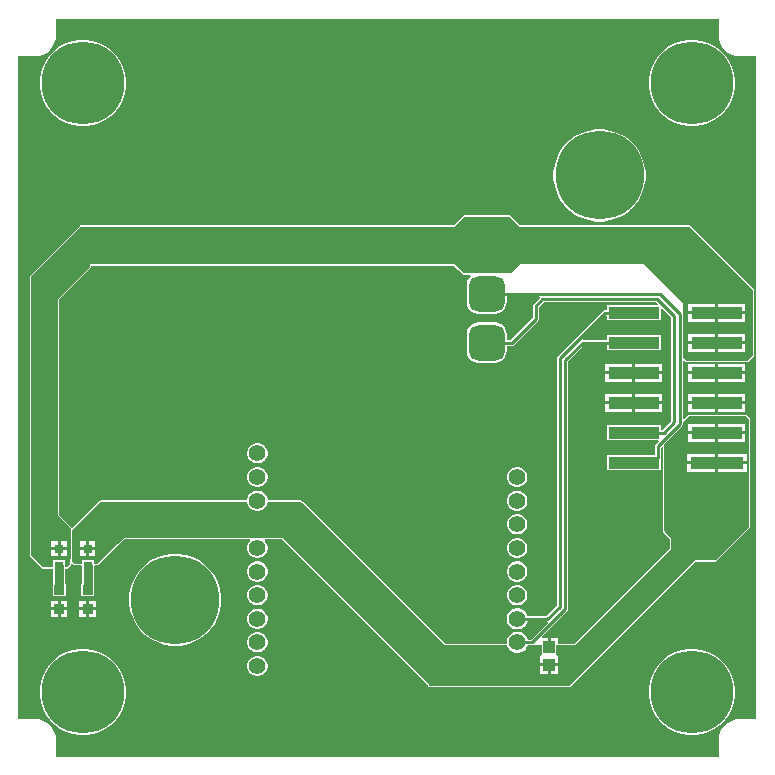
<source format=gbr>
%TF.GenerationSoftware,Altium Limited,Altium Designer,24.2.2 (26)*%
G04 Layer_Physical_Order=1*
G04 Layer_Color=255*
%FSLAX45Y45*%
%MOMM*%
%TF.SameCoordinates,7B2EFB22-2454-4570-B993-6C8DBF9E02C9*%
%TF.FilePolarity,Positive*%
%TF.FileFunction,Copper,L1,Top,Signal*%
%TF.Part,Single*%
G01*
G75*
%TA.AperFunction,SMDPad,CuDef*%
%ADD10R,1.00000X1.05000*%
%ADD11R,0.90000X0.85000*%
%ADD12R,0.80000X0.80000*%
%ADD13R,4.50000X1.00000*%
%ADD14R,4.32000X1.00000*%
%TA.AperFunction,Conductor*%
%ADD15C,0.25400*%
%ADD16C,0.25000*%
%ADD17C,0.80000*%
%TA.AperFunction,ComponentPad*%
G04:AMPARAMS|DCode=18|XSize=3mm|YSize=3mm|CornerRadius=0.75mm|HoleSize=0mm|Usage=FLASHONLY|Rotation=0.000|XOffset=0mm|YOffset=0mm|HoleType=Round|Shape=RoundedRectangle|*
%AMROUNDEDRECTD18*
21,1,3.00000,1.50000,0,0,0.0*
21,1,1.50000,3.00000,0,0,0.0*
1,1,1.50000,0.75000,-0.75000*
1,1,1.50000,-0.75000,-0.75000*
1,1,1.50000,-0.75000,0.75000*
1,1,1.50000,0.75000,0.75000*
%
%ADD18ROUNDEDRECTD18*%
%ADD19C,1.10000*%
%ADD20R,1.40000X1.40000*%
%ADD21C,1.40000*%
%TA.AperFunction,ViaPad*%
%ADD22C,7.00000*%
%ADD23C,7.50000*%
%ADD24C,0.60000*%
%ADD25C,0.75000*%
G36*
X5981113Y6159500D02*
X5981368Y6158215D01*
X5984667Y6124724D01*
X5994811Y6091283D01*
X6011284Y6060465D01*
X6033452Y6033452D01*
X6060465Y6011284D01*
X6091283Y5994811D01*
X6124724Y5984667D01*
X6158215Y5981368D01*
X6159500Y5981113D01*
X6298613D01*
Y368887D01*
X6159500D01*
X6158215Y368632D01*
X6124724Y365333D01*
X6091283Y355189D01*
X6060465Y338716D01*
X6033452Y316547D01*
X6011284Y289535D01*
X5994811Y258717D01*
X5984667Y225276D01*
X5981368Y191785D01*
X5981113Y190500D01*
Y51387D01*
X368887D01*
Y190500D01*
X368632Y191785D01*
X365333Y225276D01*
X355189Y258717D01*
X338716Y289535D01*
X316547Y316547D01*
X289535Y338716D01*
X258717Y355189D01*
X225276Y365333D01*
X191785Y368632D01*
X190500Y368887D01*
X51387D01*
Y5981113D01*
X190500D01*
X191785Y5981368D01*
X225276Y5984667D01*
X258717Y5994811D01*
X289535Y6011284D01*
X316547Y6033452D01*
X338716Y6060465D01*
X355189Y6091283D01*
X365333Y6124724D01*
X368632Y6158215D01*
X368887Y6159500D01*
Y6298613D01*
X5981113D01*
Y6159500D01*
D02*
G37*
%LPC*%
G36*
X5781826Y6118100D02*
X5724374D01*
X5667629Y6109113D01*
X5612989Y6091359D01*
X5561798Y6065276D01*
X5515318Y6031507D01*
X5474693Y5990882D01*
X5440924Y5944402D01*
X5414841Y5893211D01*
X5397087Y5838571D01*
X5388100Y5781826D01*
Y5724374D01*
X5397087Y5667629D01*
X5414841Y5612989D01*
X5440924Y5561798D01*
X5474693Y5515318D01*
X5515318Y5474693D01*
X5561798Y5440924D01*
X5612989Y5414841D01*
X5667629Y5397087D01*
X5724374Y5388100D01*
X5781826D01*
X5838571Y5397087D01*
X5893211Y5414841D01*
X5944402Y5440924D01*
X5990882Y5474693D01*
X6031507Y5515318D01*
X6065276Y5561798D01*
X6091359Y5612989D01*
X6109113Y5667629D01*
X6118100Y5724374D01*
Y5781826D01*
X6109113Y5838571D01*
X6091359Y5893211D01*
X6065276Y5944402D01*
X6031507Y5990882D01*
X5990882Y6031507D01*
X5944402Y6065276D01*
X5893211Y6091359D01*
X5838571Y6109113D01*
X5781826Y6118100D01*
D02*
G37*
G36*
X625626D02*
X568174D01*
X511429Y6109113D01*
X456789Y6091359D01*
X405598Y6065276D01*
X359118Y6031507D01*
X318493Y5990882D01*
X284724Y5944402D01*
X258641Y5893211D01*
X240887Y5838571D01*
X231900Y5781826D01*
Y5724374D01*
X240887Y5667629D01*
X258641Y5612989D01*
X284724Y5561798D01*
X318493Y5515318D01*
X359118Y5474693D01*
X405598Y5440924D01*
X456789Y5414841D01*
X511429Y5397087D01*
X568174Y5388100D01*
X625626D01*
X682371Y5397087D01*
X737011Y5414841D01*
X788202Y5440924D01*
X834682Y5474693D01*
X875307Y5515318D01*
X909076Y5561798D01*
X935159Y5612989D01*
X952913Y5667629D01*
X961900Y5724374D01*
Y5781826D01*
X952913Y5838571D01*
X935159Y5893211D01*
X909076Y5944402D01*
X875307Y5990882D01*
X834682Y6031507D01*
X788202Y6065276D01*
X737011Y6091359D01*
X682371Y6109113D01*
X625626Y6118100D01*
D02*
G37*
G36*
X5001753Y5361059D02*
X4940366D01*
X4879734Y5351456D01*
X4821351Y5332487D01*
X4766655Y5304617D01*
X4716991Y5268535D01*
X4673584Y5225127D01*
X4637502Y5175464D01*
X4609632Y5120768D01*
X4590662Y5062385D01*
X4581059Y5001753D01*
Y4940366D01*
X4590662Y4879734D01*
X4609632Y4821351D01*
X4637502Y4766655D01*
X4673584Y4716991D01*
X4716991Y4673584D01*
X4766655Y4637502D01*
X4821351Y4609632D01*
X4879734Y4590662D01*
X4940366Y4581059D01*
X5001753D01*
X5062385Y4590662D01*
X5120768Y4609632D01*
X5175464Y4637502D01*
X5225127Y4673584D01*
X5268535Y4716991D01*
X5304617Y4766655D01*
X5332487Y4821351D01*
X5351456Y4879734D01*
X5361059Y4940366D01*
Y5001753D01*
X5351456Y5062385D01*
X5332487Y5120768D01*
X5304617Y5175464D01*
X5268535Y5225127D01*
X5225127Y5268535D01*
X5175464Y5304617D01*
X5120768Y5332487D01*
X5062385Y5351456D01*
X5001753Y5361059D01*
D02*
G37*
G36*
X4211320Y4633624D02*
X3825240D01*
X3817586Y4630454D01*
X3817586Y4630453D01*
X3736936Y4549804D01*
X576580D01*
X568926Y4546634D01*
X153571Y4131278D01*
X150401Y4123624D01*
Y1748856D01*
X150400Y1748856D01*
X153571Y1741202D01*
X248886Y1645886D01*
X256540Y1642716D01*
X345260D01*
Y1511760D01*
X341240D01*
Y1406760D01*
X451240D01*
Y1511760D01*
X447220D01*
Y1642716D01*
X462280D01*
X469934Y1645886D01*
X469934Y1645887D01*
X492794Y1668746D01*
X495964Y1676400D01*
Y1683108D01*
X508664Y1688368D01*
X523206Y1673826D01*
X530860Y1670656D01*
X575681D01*
X586560Y1662360D01*
Y1511760D01*
X582540D01*
Y1406760D01*
X692540D01*
Y1511760D01*
X688520D01*
Y1662360D01*
X699399Y1670656D01*
X721360D01*
X729014Y1673826D01*
X729014Y1673827D01*
X894223Y1839035D01*
X898559Y1840831D01*
X898559Y1840832D01*
X946824Y1889096D01*
X2008047D01*
X2013308Y1876396D01*
X2006983Y1870071D01*
X1995793Y1850689D01*
X1990000Y1829071D01*
Y1806690D01*
X1995793Y1785071D01*
X2006983Y1765689D01*
X2022809Y1749863D01*
X2042191Y1738673D01*
X2063809Y1732880D01*
X2086190D01*
X2107809Y1738673D01*
X2127191Y1749863D01*
X2143017Y1765689D01*
X2154207Y1785071D01*
X2160000Y1806690D01*
Y1829071D01*
X2154207Y1850689D01*
X2143017Y1870071D01*
X2136692Y1876396D01*
X2141953Y1889096D01*
X2284057D01*
X3530566Y642586D01*
X3538220Y639416D01*
X4714239D01*
X4714240Y639415D01*
X4721894Y642586D01*
X4721895Y642587D01*
X5780444Y1701136D01*
X5953760D01*
X5961414Y1704306D01*
X6245894Y1988786D01*
X6249064Y1996440D01*
Y2905760D01*
X6245894Y2913414D01*
X6245893Y2913414D01*
X6217954Y2941354D01*
X6210300Y2944524D01*
X5725160D01*
X5717506Y2941354D01*
X5717506Y2941353D01*
X5686378Y2910226D01*
X5674645Y2915086D01*
Y3404434D01*
X5686378Y3409294D01*
X5702266Y3393406D01*
X5709920Y3390236D01*
X6222999D01*
X6223000Y3390235D01*
X6230654Y3393406D01*
X6230655Y3393407D01*
X6278914Y3441666D01*
X6282084Y3449320D01*
Y4003039D01*
X6282085Y4003040D01*
X6278914Y4010694D01*
X6278913Y4010695D01*
X5742974Y4546634D01*
X5735320Y4549804D01*
X4299623D01*
X4218974Y4630454D01*
X4211320Y4633624D01*
D02*
G37*
G36*
X6206800Y3377400D02*
X5978100D01*
Y3314700D01*
X6206800D01*
Y3377400D01*
D02*
G37*
G36*
X5952700D02*
X5724000D01*
Y3314700D01*
X5952700D01*
Y3377400D01*
D02*
G37*
G36*
X6206800Y3289300D02*
X5978100D01*
Y3226600D01*
X6206800D01*
Y3289300D01*
D02*
G37*
G36*
X5952700D02*
X5724000D01*
Y3226600D01*
X5952700D01*
Y3289300D01*
D02*
G37*
G36*
X6206800Y3123400D02*
X5978100D01*
Y3060700D01*
X6206800D01*
Y3123400D01*
D02*
G37*
G36*
X5952700D02*
X5724000D01*
Y3060700D01*
X5952700D01*
Y3123400D01*
D02*
G37*
G36*
X6206800Y3035300D02*
X5978100D01*
Y2972600D01*
X6206800D01*
Y3035300D01*
D02*
G37*
G36*
X5952700D02*
X5724000D01*
Y2972600D01*
X5952700D01*
Y3035300D01*
D02*
G37*
G36*
X2086190Y1702880D02*
X2063809D01*
X2042191Y1697087D01*
X2022809Y1685897D01*
X2006983Y1670071D01*
X1995793Y1650689D01*
X1990000Y1629070D01*
Y1606689D01*
X1995793Y1585071D01*
X2006983Y1565689D01*
X2022809Y1549863D01*
X2042191Y1538673D01*
X2063809Y1532880D01*
X2086190D01*
X2107809Y1538673D01*
X2127191Y1549863D01*
X2143017Y1565689D01*
X2154207Y1585071D01*
X2160000Y1606689D01*
Y1629070D01*
X2154207Y1650689D01*
X2143017Y1670071D01*
X2127191Y1685897D01*
X2107809Y1697087D01*
X2086190Y1702880D01*
D02*
G37*
G36*
Y1502880D02*
X2063809D01*
X2042191Y1497087D01*
X2022809Y1485897D01*
X2006983Y1470071D01*
X1995793Y1450689D01*
X1990000Y1429071D01*
Y1406690D01*
X1995793Y1385071D01*
X2006983Y1365689D01*
X2022809Y1349863D01*
X2042191Y1338673D01*
X2063809Y1332880D01*
X2086190D01*
X2107809Y1338673D01*
X2127191Y1349863D01*
X2143017Y1365689D01*
X2154207Y1385071D01*
X2160000Y1406690D01*
Y1429071D01*
X2154207Y1450689D01*
X2143017Y1470071D01*
X2127191Y1485897D01*
X2107809Y1497087D01*
X2086190Y1502880D01*
D02*
G37*
G36*
X707940Y1372160D02*
X650240D01*
Y1316960D01*
X707940D01*
Y1372160D01*
D02*
G37*
G36*
X624840D02*
X567140D01*
Y1316960D01*
X624840D01*
Y1372160D01*
D02*
G37*
G36*
X466640D02*
X408940D01*
Y1316960D01*
X466640D01*
Y1372160D01*
D02*
G37*
G36*
X383540D02*
X325840D01*
Y1316960D01*
X383540D01*
Y1372160D01*
D02*
G37*
G36*
X707940Y1291560D02*
X650240D01*
Y1236360D01*
X707940D01*
Y1291560D01*
D02*
G37*
G36*
X624840D02*
X567140D01*
Y1236360D01*
X624840D01*
Y1291560D01*
D02*
G37*
G36*
X466640D02*
X408940D01*
Y1236360D01*
X466640D01*
Y1291560D01*
D02*
G37*
G36*
X383540D02*
X325840D01*
Y1236360D01*
X383540D01*
Y1291560D01*
D02*
G37*
G36*
X2086190Y1302880D02*
X2063809D01*
X2042191Y1297087D01*
X2022809Y1285897D01*
X2006983Y1270071D01*
X1995793Y1250689D01*
X1990000Y1229070D01*
Y1206689D01*
X1995793Y1185071D01*
X2006983Y1165689D01*
X2022809Y1149863D01*
X2042191Y1138673D01*
X2063809Y1132880D01*
X2086190D01*
X2107809Y1138673D01*
X2127191Y1149863D01*
X2143017Y1165689D01*
X2154207Y1185071D01*
X2160000Y1206689D01*
Y1229070D01*
X2154207Y1250689D01*
X2143017Y1270071D01*
X2127191Y1285897D01*
X2107809Y1297087D01*
X2086190Y1302880D01*
D02*
G37*
G36*
X1409634Y1768941D02*
X1348247D01*
X1287615Y1759338D01*
X1229232Y1740368D01*
X1174536Y1712498D01*
X1124873Y1676416D01*
X1081465Y1633009D01*
X1045383Y1583345D01*
X1017513Y1528649D01*
X998544Y1470266D01*
X988941Y1409634D01*
Y1348247D01*
X998544Y1287615D01*
X1017513Y1229232D01*
X1045383Y1174536D01*
X1081465Y1124873D01*
X1124873Y1081465D01*
X1174536Y1045383D01*
X1229232Y1017513D01*
X1287615Y998544D01*
X1348247Y988941D01*
X1409634D01*
X1470266Y998544D01*
X1528649Y1017513D01*
X1583345Y1045383D01*
X1633009Y1081465D01*
X1676416Y1124873D01*
X1712498Y1174536D01*
X1740368Y1229232D01*
X1759338Y1287615D01*
X1768941Y1348247D01*
Y1409634D01*
X1759338Y1470266D01*
X1740368Y1528649D01*
X1712498Y1583345D01*
X1676416Y1633009D01*
X1633009Y1676416D01*
X1583345Y1712498D01*
X1528649Y1740368D01*
X1470266Y1759338D01*
X1409634Y1768941D01*
D02*
G37*
G36*
X2086190Y1102880D02*
X2063809D01*
X2042191Y1097087D01*
X2022809Y1085897D01*
X2006983Y1070071D01*
X1995793Y1050689D01*
X1990000Y1029071D01*
Y1006690D01*
X1995793Y985071D01*
X2006983Y965689D01*
X2022809Y949863D01*
X2042191Y938673D01*
X2063809Y932880D01*
X2086190D01*
X2107809Y938673D01*
X2127191Y949863D01*
X2143017Y965689D01*
X2154207Y985071D01*
X2160000Y1006690D01*
Y1029071D01*
X2154207Y1050689D01*
X2143017Y1070071D01*
X2127191Y1085897D01*
X2107809Y1097087D01*
X2086190Y1102880D01*
D02*
G37*
G36*
Y902880D02*
X2063809D01*
X2042191Y897087D01*
X2022809Y885897D01*
X2006983Y870071D01*
X1995793Y850689D01*
X1990000Y829070D01*
Y806690D01*
X1995793Y785071D01*
X2006983Y765689D01*
X2022809Y749863D01*
X2042191Y738673D01*
X2063809Y732880D01*
X2086190D01*
X2107809Y738673D01*
X2127191Y749863D01*
X2143017Y765689D01*
X2154207Y785071D01*
X2160000Y806690D01*
Y829070D01*
X2154207Y850689D01*
X2143017Y870071D01*
X2127191Y885897D01*
X2107809Y897087D01*
X2086190Y902880D01*
D02*
G37*
G36*
X5781826Y961900D02*
X5724374D01*
X5667629Y952913D01*
X5612989Y935159D01*
X5561798Y909076D01*
X5515318Y875307D01*
X5474693Y834682D01*
X5440924Y788202D01*
X5414841Y737011D01*
X5397087Y682371D01*
X5388100Y625626D01*
Y568174D01*
X5397087Y511429D01*
X5414841Y456789D01*
X5440924Y405598D01*
X5474693Y359118D01*
X5515318Y318493D01*
X5561798Y284724D01*
X5612989Y258641D01*
X5667629Y240887D01*
X5724374Y231900D01*
X5781826D01*
X5838571Y240887D01*
X5893211Y258641D01*
X5944402Y284724D01*
X5990882Y318493D01*
X6031507Y359118D01*
X6065276Y405598D01*
X6091359Y456789D01*
X6109113Y511429D01*
X6118100Y568174D01*
Y625626D01*
X6109113Y682371D01*
X6091359Y737011D01*
X6065276Y788202D01*
X6031507Y834682D01*
X5990882Y875307D01*
X5944402Y909076D01*
X5893211Y935159D01*
X5838571Y952913D01*
X5781826Y961900D01*
D02*
G37*
G36*
X625626D02*
X568174D01*
X511429Y952913D01*
X456789Y935159D01*
X405598Y909076D01*
X359118Y875307D01*
X318493Y834682D01*
X284724Y788202D01*
X258641Y737011D01*
X240887Y682371D01*
X231900Y625626D01*
Y568174D01*
X240887Y511429D01*
X258641Y456789D01*
X284724Y405598D01*
X318493Y359118D01*
X359118Y318493D01*
X405598Y284724D01*
X456789Y258641D01*
X511429Y240887D01*
X568174Y231900D01*
X625626D01*
X682371Y240887D01*
X737011Y258641D01*
X788202Y284724D01*
X834682Y318493D01*
X875307Y359118D01*
X909076Y405598D01*
X935159Y456789D01*
X952913Y511429D01*
X961900Y568174D01*
Y625626D01*
X952913Y682371D01*
X935159Y737011D01*
X909076Y788202D01*
X875307Y834682D01*
X834682Y875307D01*
X788202Y909076D01*
X737011Y935159D01*
X682371Y952913D01*
X625626Y961900D01*
D02*
G37*
%LPD*%
G36*
X5578715Y3772198D02*
Y2891957D01*
X5503903Y2817145D01*
X5490100D01*
Y2856700D01*
X5032700D01*
Y2731300D01*
X5469913D01*
X5474773Y2719567D01*
X5448334Y2693128D01*
X5443317Y2685619D01*
X5441555Y2676762D01*
Y2602700D01*
X5032700D01*
Y2477300D01*
X5490100D01*
Y2602700D01*
X5487845D01*
Y2667176D01*
X5496863Y2676194D01*
X5508596Y2671333D01*
Y1976120D01*
X5508815Y1975591D01*
X5508650Y1975043D01*
X5511190Y1949643D01*
X5512912Y1946433D01*
X5514306Y1943066D01*
X5567016Y1890356D01*
Y1812963D01*
X4760556Y1006504D01*
X4619460D01*
Y1055800D01*
X4556760D01*
Y977900D01*
X4531360D01*
Y1055800D01*
X4485576D01*
X4480716Y1067533D01*
X4697181Y1283998D01*
X4702154Y1291441D01*
X4703900Y1300220D01*
Y3398918D01*
X4838042Y3533059D01*
X5032700D01*
Y3493300D01*
X5490100D01*
Y3618700D01*
X5032700D01*
Y3578941D01*
X4833304D01*
X4827692Y3591289D01*
X5020000Y3783597D01*
X5032700Y3778701D01*
Y3747300D01*
X5490100D01*
Y3844220D01*
X5501833Y3849080D01*
X5578715Y3772198D01*
D02*
G37*
G36*
X4295140Y4538980D02*
X5735320D01*
X6271260Y4003040D01*
Y3449320D01*
X6223000Y3401060D01*
X5709920D01*
X5681980Y3429000D01*
Y3886200D01*
X5349240Y4218940D01*
X4300220D01*
X4224020Y4142740D01*
X3820160D01*
X3738880Y4218940D01*
X657860D01*
Y4198620D01*
X386080Y3926840D01*
Y2092960D01*
X500346Y1978694D01*
X497806Y1976154D01*
X494636Y1968500D01*
Y1731616D01*
X485140Y1722120D01*
Y1676400D01*
X462280Y1653540D01*
X447220D01*
Y1662360D01*
X446240Y1667285D01*
Y1712360D01*
X401165D01*
X396240Y1713339D01*
X391315Y1712360D01*
X346240D01*
Y1667285D01*
X345260Y1662360D01*
Y1653540D01*
X256540D01*
X161224Y1748856D01*
Y4123624D01*
X576580Y4538980D01*
X3741420D01*
X3825240Y4622800D01*
X4211320D01*
X4295140Y4538980D01*
D02*
G37*
G36*
X3812757Y4134844D02*
X3816479Y4133441D01*
X3820160Y4131916D01*
X3875010D01*
X3879321Y4119216D01*
X3872985Y4114354D01*
X3857758Y4094509D01*
X3848185Y4071400D01*
X3844920Y4046600D01*
Y3896600D01*
X3848185Y3871800D01*
X3857758Y3848690D01*
X3872985Y3828845D01*
X3892830Y3813618D01*
X3915940Y3804045D01*
X3940740Y3800780D01*
X4090740D01*
X4115540Y3804045D01*
X4138650Y3813618D01*
X4158495Y3828845D01*
X4173722Y3848690D01*
X4183295Y3871800D01*
X4186560Y3896600D01*
Y3948455D01*
X4462769D01*
X4467762Y3935755D01*
X4415934Y3883928D01*
X4410917Y3876419D01*
X4409155Y3867562D01*
Y3766247D01*
X4216973Y3574065D01*
X4186520D01*
Y3631600D01*
X4183255Y3656400D01*
X4173682Y3679510D01*
X4158455Y3699355D01*
X4138610Y3714582D01*
X4115500Y3724155D01*
X4090700Y3727420D01*
X3940700D01*
X3915900Y3724155D01*
X3892790Y3714582D01*
X3872946Y3699355D01*
X3857718Y3679510D01*
X3848145Y3656400D01*
X3844881Y3631600D01*
Y3481600D01*
X3848145Y3456800D01*
X3857718Y3433690D01*
X3872946Y3413845D01*
X3892790Y3398618D01*
X3915900Y3389045D01*
X3940700Y3385780D01*
X4090700D01*
X4115500Y3389045D01*
X4138610Y3398618D01*
X4158455Y3413845D01*
X4173682Y3433690D01*
X4183255Y3456800D01*
X4186520Y3481600D01*
Y3527775D01*
X4226560D01*
X4235417Y3529537D01*
X4242926Y3534554D01*
X4448666Y3740294D01*
X4453683Y3747803D01*
X4455445Y3756660D01*
Y3857975D01*
X4497245Y3899775D01*
X5451138D01*
X5466480Y3884433D01*
X5461620Y3872700D01*
X5032700D01*
Y3832941D01*
X5013960D01*
X5005181Y3831194D01*
X4997739Y3826221D01*
X4616739Y3445221D01*
X4611766Y3437779D01*
X4610019Y3429000D01*
Y1330302D01*
X4520538Y1240820D01*
X4362028D01*
X4358867Y1252619D01*
X4347018Y1273141D01*
X4330261Y1289898D01*
X4309739Y1301746D01*
X4286849Y1307880D01*
X4263151D01*
X4240262Y1301746D01*
X4219739Y1289898D01*
X4202982Y1273141D01*
X4191134Y1252619D01*
X4185000Y1229729D01*
Y1206031D01*
X4191134Y1183141D01*
X4202982Y1162619D01*
X4219739Y1145862D01*
X4240262Y1134013D01*
X4263151Y1127880D01*
X4286849D01*
X4309739Y1134013D01*
X4330261Y1145862D01*
X4347018Y1162619D01*
X4358867Y1183141D01*
X4362028Y1194939D01*
X4525276D01*
X4530888Y1182590D01*
X4389118Y1040821D01*
X4362028D01*
X4358867Y1052619D01*
X4347018Y1073141D01*
X4330261Y1089898D01*
X4309739Y1101747D01*
X4286849Y1107880D01*
X4263151D01*
X4240262Y1101747D01*
X4219739Y1089898D01*
X4202982Y1073141D01*
X4191134Y1052619D01*
X4185000Y1029729D01*
Y1006504D01*
X4131092D01*
X4129103Y1005680D01*
X4126951Y1005680D01*
X4125428Y1004158D01*
X4124960Y1003964D01*
X3667164D01*
X2453674Y2217454D01*
X2446020Y2220624D01*
X2160000D01*
Y2229070D01*
X2154207Y2250689D01*
X2143017Y2270071D01*
X2127191Y2285897D01*
X2107809Y2297087D01*
X2086190Y2302880D01*
X2063809D01*
X2042191Y2297087D01*
X2022809Y2285897D01*
X2006983Y2270071D01*
X1995793Y2250689D01*
X1990000Y2229070D01*
Y2220624D01*
X746761D01*
X746760Y2220624D01*
X739106Y2217454D01*
X508000Y1986348D01*
X396904Y2097444D01*
Y3922357D01*
X665514Y4190966D01*
X668684Y4198620D01*
Y4208116D01*
X3734600D01*
X3812757Y4134844D01*
D02*
G37*
G36*
X6238240Y2905760D02*
Y1996440D01*
X5953760Y1711960D01*
X5775960D01*
X4714240Y650240D01*
X3538220D01*
X2288540Y1899920D01*
X2097237D01*
X2086190Y1902880D01*
X2063809D01*
X2052763Y1899920D01*
X942340D01*
X890905Y1848485D01*
X888365D01*
X721360Y1681480D01*
X687540D01*
Y1712360D01*
X642465D01*
X637540Y1713339D01*
X632615Y1712360D01*
X587540D01*
Y1681480D01*
X530860D01*
X505460Y1706880D01*
Y1968500D01*
X746760Y2209800D01*
X1990000D01*
Y2206690D01*
X1995793Y2185071D01*
X2006983Y2165689D01*
X2022809Y2149863D01*
X2042191Y2138673D01*
X2063809Y2132880D01*
X2086190D01*
X2107809Y2138673D01*
X2127191Y2149863D01*
X2143017Y2165689D01*
X2154207Y2185071D01*
X2160000Y2206690D01*
Y2209800D01*
X2446020D01*
X3662680Y993140D01*
X4130040D01*
X4130040Y993140D01*
X4131092Y995680D01*
X4187774D01*
X4191134Y983142D01*
X4202982Y962619D01*
X4219739Y945862D01*
X4240262Y934014D01*
X4263151Y927880D01*
X4286849D01*
X4309739Y934014D01*
X4330261Y945862D01*
X4347018Y962619D01*
X4358867Y983142D01*
X4362028Y994940D01*
X4398620D01*
X4402342Y995680D01*
X4484060D01*
Y918500D01*
X4484060Y915400D01*
X4476576Y905800D01*
X4468660D01*
Y840600D01*
X4619460D01*
Y905800D01*
X4611544D01*
X4604060Y915400D01*
X4604060Y918500D01*
Y995680D01*
X4765040D01*
X5577840Y1808480D01*
Y1894840D01*
X5521960Y1950720D01*
X5519420Y1976120D01*
Y2698751D01*
X5667866Y2847196D01*
X5672883Y2854705D01*
X5674645Y2863562D01*
Y2883185D01*
X5725160Y2933700D01*
X6210300D01*
X6238240Y2905760D01*
D02*
G37*
%LPC*%
G36*
X5502800Y3377400D02*
X5274100D01*
Y3314700D01*
X5502800D01*
Y3377400D01*
D02*
G37*
G36*
X5248700D02*
X5020000D01*
Y3314700D01*
X5248700D01*
Y3377400D01*
D02*
G37*
G36*
X5502800Y3289300D02*
X5274100D01*
Y3226600D01*
X5502800D01*
Y3289300D01*
D02*
G37*
G36*
X5248700D02*
X5020000D01*
Y3226600D01*
X5248700D01*
Y3289300D01*
D02*
G37*
G36*
X5502800Y3123400D02*
X5274100D01*
Y3060700D01*
X5502800D01*
Y3123400D01*
D02*
G37*
G36*
X5248700D02*
X5020000D01*
Y3060700D01*
X5248700D01*
Y3123400D01*
D02*
G37*
G36*
X5502800Y3035300D02*
X5274100D01*
Y2972600D01*
X5502800D01*
Y3035300D01*
D02*
G37*
G36*
X5248700D02*
X5020000D01*
Y2972600D01*
X5248700D01*
Y3035300D01*
D02*
G37*
G36*
X6206800Y3885400D02*
X5978100D01*
Y3822700D01*
X6206800D01*
Y3885400D01*
D02*
G37*
G36*
X5952700D02*
X5724000D01*
Y3822700D01*
X5952700D01*
Y3885400D01*
D02*
G37*
G36*
X6206800Y3797300D02*
X5978100D01*
Y3734600D01*
X6206800D01*
Y3797300D01*
D02*
G37*
G36*
X5952700D02*
X5724000D01*
Y3734600D01*
X5952700D01*
Y3797300D01*
D02*
G37*
G36*
X6206800Y3631400D02*
X5978100D01*
Y3568700D01*
X6206800D01*
Y3631400D01*
D02*
G37*
G36*
X5952700D02*
X5724000D01*
Y3568700D01*
X5952700D01*
Y3631400D01*
D02*
G37*
G36*
X6206800Y3543300D02*
X5978100D01*
Y3480600D01*
X6206800D01*
Y3543300D01*
D02*
G37*
G36*
X5952700D02*
X5724000D01*
Y3480600D01*
X5952700D01*
Y3543300D01*
D02*
G37*
G36*
X461640Y1877760D02*
X408940D01*
Y1825060D01*
X461640D01*
Y1877760D01*
D02*
G37*
G36*
X383540D02*
X330840D01*
Y1825060D01*
X383540D01*
Y1877760D01*
D02*
G37*
G36*
X461640Y1799660D02*
X408940D01*
Y1746960D01*
X461640D01*
Y1799660D01*
D02*
G37*
G36*
X383540D02*
X330840D01*
Y1746960D01*
X383540D01*
Y1799660D01*
D02*
G37*
G36*
X2086190Y2702880D02*
X2063809D01*
X2042191Y2697087D01*
X2022809Y2685897D01*
X2006983Y2670071D01*
X1995793Y2650689D01*
X1990000Y2629070D01*
Y2606689D01*
X1995793Y2585071D01*
X2006983Y2565689D01*
X2022809Y2549863D01*
X2042191Y2538673D01*
X2063809Y2532880D01*
X2086190D01*
X2107809Y2538673D01*
X2127191Y2549863D01*
X2143017Y2565689D01*
X2154207Y2585071D01*
X2160000Y2606689D01*
Y2629070D01*
X2154207Y2650689D01*
X2143017Y2670071D01*
X2127191Y2685897D01*
X2107809Y2697087D01*
X2086190Y2702880D01*
D02*
G37*
G36*
X4286191Y2502880D02*
X4263810D01*
X4242191Y2497087D01*
X4222809Y2485897D01*
X4206983Y2470071D01*
X4195793Y2450689D01*
X4190000Y2429071D01*
Y2406690D01*
X4195793Y2385071D01*
X4206983Y2365689D01*
X4222809Y2349863D01*
X4242191Y2338673D01*
X4263810Y2332880D01*
X4286191D01*
X4307809Y2338673D01*
X4327191Y2349863D01*
X4343017Y2365689D01*
X4354207Y2385071D01*
X4360000Y2406690D01*
Y2429071D01*
X4354207Y2450689D01*
X4343017Y2470071D01*
X4327191Y2485897D01*
X4307809Y2497087D01*
X4286191Y2502880D01*
D02*
G37*
G36*
X2086190D02*
X2063809D01*
X2042191Y2497087D01*
X2022809Y2485897D01*
X2006983Y2470071D01*
X1995793Y2450689D01*
X1990000Y2429071D01*
Y2406690D01*
X1995793Y2385071D01*
X2006983Y2365689D01*
X2022809Y2349863D01*
X2042191Y2338673D01*
X2063809Y2332880D01*
X2086190D01*
X2107809Y2338673D01*
X2127191Y2349863D01*
X2143017Y2365689D01*
X2154207Y2385071D01*
X2160000Y2406690D01*
Y2429071D01*
X2154207Y2450689D01*
X2143017Y2470071D01*
X2127191Y2485897D01*
X2107809Y2497087D01*
X2086190Y2502880D01*
D02*
G37*
G36*
X4286191Y2302880D02*
X4263810D01*
X4242191Y2297087D01*
X4222809Y2285897D01*
X4206983Y2270071D01*
X4195793Y2250689D01*
X4190000Y2229070D01*
Y2206690D01*
X4195793Y2185071D01*
X4206983Y2165689D01*
X4222809Y2149863D01*
X4242191Y2138673D01*
X4263810Y2132880D01*
X4286191D01*
X4307809Y2138673D01*
X4327191Y2149863D01*
X4343017Y2165689D01*
X4354207Y2185071D01*
X4360000Y2206690D01*
Y2229070D01*
X4354207Y2250689D01*
X4343017Y2270071D01*
X4327191Y2285897D01*
X4307809Y2297087D01*
X4286191Y2302880D01*
D02*
G37*
G36*
Y2102880D02*
X4263810D01*
X4242191Y2097087D01*
X4222809Y2085897D01*
X4206983Y2070071D01*
X4195793Y2050689D01*
X4190000Y2029071D01*
Y2006690D01*
X4195793Y1985071D01*
X4206983Y1965689D01*
X4222809Y1949863D01*
X4242191Y1938673D01*
X4263810Y1932880D01*
X4286191D01*
X4307809Y1938673D01*
X4327191Y1949863D01*
X4343017Y1965689D01*
X4354207Y1985071D01*
X4360000Y2006690D01*
Y2029071D01*
X4354207Y2050689D01*
X4343017Y2070071D01*
X4327191Y2085897D01*
X4307809Y2097087D01*
X4286191Y2102880D01*
D02*
G37*
G36*
Y1902880D02*
X4263810D01*
X4242191Y1897087D01*
X4222809Y1885897D01*
X4206983Y1870071D01*
X4195793Y1850689D01*
X4190000Y1829071D01*
Y1806690D01*
X4195793Y1785071D01*
X4206983Y1765689D01*
X4222809Y1749863D01*
X4242191Y1738673D01*
X4263810Y1732880D01*
X4286191D01*
X4307809Y1738673D01*
X4327191Y1749863D01*
X4343017Y1765689D01*
X4354207Y1785071D01*
X4360000Y1806690D01*
Y1829071D01*
X4354207Y1850689D01*
X4343017Y1870071D01*
X4327191Y1885897D01*
X4307809Y1897087D01*
X4286191Y1902880D01*
D02*
G37*
G36*
Y1702880D02*
X4263810D01*
X4242191Y1697087D01*
X4222809Y1685897D01*
X4206983Y1670071D01*
X4195793Y1650689D01*
X4190000Y1629070D01*
Y1606689D01*
X4195793Y1585071D01*
X4206983Y1565689D01*
X4222809Y1549863D01*
X4242191Y1538673D01*
X4263810Y1532880D01*
X4286191D01*
X4307809Y1538673D01*
X4327191Y1549863D01*
X4343017Y1565689D01*
X4354207Y1585071D01*
X4360000Y1606689D01*
Y1629070D01*
X4354207Y1650689D01*
X4343017Y1670071D01*
X4327191Y1685897D01*
X4307809Y1697087D01*
X4286191Y1702880D01*
D02*
G37*
G36*
Y1502880D02*
X4263810D01*
X4242191Y1497087D01*
X4222809Y1485897D01*
X4206983Y1470071D01*
X4195793Y1450689D01*
X4190000Y1429071D01*
Y1406690D01*
X4195793Y1385071D01*
X4206983Y1365689D01*
X4222809Y1349863D01*
X4242191Y1338673D01*
X4263810Y1332880D01*
X4286191D01*
X4307809Y1338673D01*
X4327191Y1349863D01*
X4343017Y1365689D01*
X4354207Y1385071D01*
X4360000Y1406690D01*
Y1429071D01*
X4354207Y1450689D01*
X4343017Y1470071D01*
X4327191Y1485897D01*
X4307809Y1497087D01*
X4286191Y1502880D01*
D02*
G37*
G36*
X6206800Y2869400D02*
X5978100D01*
Y2806700D01*
X6206800D01*
Y2869400D01*
D02*
G37*
G36*
X5952700D02*
X5724000D01*
Y2806700D01*
X5952700D01*
Y2869400D01*
D02*
G37*
G36*
X6206800Y2781300D02*
X5978100D01*
Y2718600D01*
X6206800D01*
Y2781300D01*
D02*
G37*
G36*
X5952700D02*
X5724000D01*
Y2718600D01*
X5952700D01*
Y2781300D01*
D02*
G37*
G36*
X6215800Y2615400D02*
X5978100D01*
Y2552700D01*
X6215800D01*
Y2615400D01*
D02*
G37*
G36*
X5952700D02*
X5715000D01*
Y2552700D01*
X5952700D01*
Y2615400D01*
D02*
G37*
G36*
X6215800Y2527300D02*
X5978100D01*
Y2464600D01*
X6215800D01*
Y2527300D01*
D02*
G37*
G36*
X5952700D02*
X5715000D01*
Y2464600D01*
X5952700D01*
Y2527300D01*
D02*
G37*
G36*
X702940Y1877760D02*
X650240D01*
Y1825060D01*
X702940D01*
Y1877760D01*
D02*
G37*
G36*
X624840D02*
X572140D01*
Y1825060D01*
X624840D01*
Y1877760D01*
D02*
G37*
G36*
X702940Y1799660D02*
X650240D01*
Y1746960D01*
X702940D01*
Y1799660D01*
D02*
G37*
G36*
X624840D02*
X572140D01*
Y1746960D01*
X624840D01*
Y1799660D01*
D02*
G37*
G36*
X4619460Y815200D02*
X4556760D01*
Y750000D01*
X4619460D01*
Y815200D01*
D02*
G37*
G36*
X4531360D02*
X4468660D01*
Y750000D01*
X4531360D01*
Y815200D01*
D02*
G37*
%LPD*%
D10*
X4544060Y977900D02*
D03*
Y827900D02*
D03*
D11*
X637540Y1304260D02*
D03*
Y1459260D02*
D03*
X396240Y1304260D02*
D03*
Y1459260D02*
D03*
D12*
X637540Y1812360D02*
D03*
Y1662360D02*
D03*
X396240Y1812360D02*
D03*
Y1662360D02*
D03*
D13*
X5965400Y2540000D02*
D03*
D14*
Y2794000D02*
D03*
Y3048000D02*
D03*
Y3302000D02*
D03*
Y3556000D02*
D03*
Y3810000D02*
D03*
X5261400D02*
D03*
Y3556000D02*
D03*
Y3302000D02*
D03*
Y3048000D02*
D03*
Y2794000D02*
D03*
Y2540000D02*
D03*
D15*
X5464700Y2577300D02*
Y2676762D01*
X5651500Y2863562D01*
Y3800592D01*
X5480492Y3971600D02*
X5651500Y3800592D01*
X5513490Y2794000D02*
X5601860Y2882370D01*
Y3781785D01*
X5460725Y3922920D02*
X5601860Y3781785D01*
X4015740Y3971600D02*
X5480492D01*
X4432300Y3867562D02*
X4487658Y3922920D01*
X4432300Y3756660D02*
Y3867562D01*
X4487658Y3922920D02*
X5460725D01*
X5261400Y2794000D02*
X5513490D01*
X4015700Y3556600D02*
X4021380Y3550920D01*
X4226560D01*
X4432300Y3756660D01*
X5427400Y2540000D02*
X5464700Y2577300D01*
X5261400Y2540000D02*
X5427400D01*
D16*
X4680960Y3408420D02*
X4828540Y3556000D01*
X4632960Y3429000D02*
X5013960Y3810000D01*
X4632960Y1320800D02*
Y3429000D01*
X4530040Y1217880D02*
X4632960Y1320800D01*
X4398620Y1017880D02*
X4680960Y1300220D01*
Y3408420D01*
X5013960Y3810000D02*
X5261400D01*
X4828540Y3556000D02*
X5261400D01*
X4275000Y1217880D02*
X4530040D01*
X4275000Y1017880D02*
X4398620D01*
D17*
X396240Y1459260D02*
Y1662360D01*
X637540Y1459260D02*
Y1662360D01*
D18*
X4015740Y4386580D02*
D03*
X4015700Y4811600D02*
D03*
X4015740Y3971600D02*
D03*
X4015700Y3556600D02*
D03*
D19*
X4015740Y4386580D02*
D03*
X4015700Y4811600D02*
D03*
X4015740Y3971600D02*
D03*
X4015700Y3556600D02*
D03*
D20*
X4275000Y817880D02*
D03*
D21*
Y1017880D02*
D03*
Y1217880D02*
D03*
Y1417880D02*
D03*
Y1617880D02*
D03*
Y1817880D02*
D03*
Y2017880D02*
D03*
Y2217880D02*
D03*
Y2417880D02*
D03*
Y2617880D02*
D03*
X2075000D02*
D03*
Y2417880D02*
D03*
Y2217880D02*
D03*
Y2017880D02*
D03*
Y1817880D02*
D03*
Y1617880D02*
D03*
Y1417880D02*
D03*
Y1217880D02*
D03*
Y1017880D02*
D03*
Y817880D02*
D03*
D22*
X5753100Y5753100D02*
D03*
X596900Y596900D02*
D03*
X5753100D02*
D03*
X596900Y5753100D02*
D03*
D23*
X4971059Y4971059D02*
D03*
X1378941Y1378941D02*
D03*
D24*
X6057465Y5460004D02*
D03*
X6157465Y5260004D02*
D03*
X6057465Y5060004D02*
D03*
X6157465Y4860004D02*
D03*
X6057465Y4660004D02*
D03*
X6157465Y4460004D02*
D03*
Y1660002D02*
D03*
X6057465Y1460002D02*
D03*
X6157465Y1260002D02*
D03*
X6057465Y1060002D02*
D03*
X6157465Y860002D02*
D03*
Y460002D02*
D03*
X5957465Y5260004D02*
D03*
X5857465Y5060004D02*
D03*
X5957465Y4860004D02*
D03*
X5857465Y4660004D02*
D03*
X5957465Y4460004D02*
D03*
X5857465Y1460002D02*
D03*
X5957465Y1260002D02*
D03*
X5857465Y1060002D02*
D03*
X5757464Y5260004D02*
D03*
X5657464Y5060004D02*
D03*
X5757464Y4860004D02*
D03*
X5657464Y4660004D02*
D03*
Y1460002D02*
D03*
X5757464Y1260002D02*
D03*
X5657464Y1060002D02*
D03*
X5557464Y5260004D02*
D03*
X5457464Y5060004D02*
D03*
X5557464Y4860004D02*
D03*
X5457464Y4660004D02*
D03*
Y2260003D02*
D03*
Y1860002D02*
D03*
X5557464Y1260002D02*
D03*
X5457464Y1060002D02*
D03*
Y260002D02*
D03*
X5357464Y6060005D02*
D03*
X5257464Y5860005D02*
D03*
Y5460004D02*
D03*
X5357464Y5260004D02*
D03*
X5257464Y4660004D02*
D03*
Y2660003D02*
D03*
Y2260003D02*
D03*
X5357464Y2060002D02*
D03*
X5257464Y1860002D02*
D03*
Y1060002D02*
D03*
X5357464Y860002D02*
D03*
X5257464Y660002D02*
D03*
Y260002D02*
D03*
X5157464Y6060005D02*
D03*
X5057464Y5860005D02*
D03*
X5157464Y5660004D02*
D03*
X5057464Y5460004D02*
D03*
Y2660003D02*
D03*
Y2260003D02*
D03*
X5157464Y2060002D02*
D03*
X5057464Y1860002D02*
D03*
X5157464Y1660002D02*
D03*
X5057464Y1460002D02*
D03*
X5157464Y860002D02*
D03*
X5057464Y660002D02*
D03*
X5157464Y460002D02*
D03*
X5057464Y260002D02*
D03*
X4957464Y6060005D02*
D03*
X4857464Y5860005D02*
D03*
X4957464Y5660004D02*
D03*
X4857464Y5460004D02*
D03*
Y3460003D02*
D03*
X4957464Y3260003D02*
D03*
X4857464Y3060003D02*
D03*
X4957464Y2860003D02*
D03*
X4857464Y2660003D02*
D03*
X4957464Y2460003D02*
D03*
X4857464Y2260003D02*
D03*
X4957464Y2060002D02*
D03*
X4857464Y1860002D02*
D03*
X4957464Y1660002D02*
D03*
X4857464Y1460002D02*
D03*
Y660002D02*
D03*
X4957464Y460002D02*
D03*
X4857464Y260002D02*
D03*
X4757464Y6060005D02*
D03*
X4657464Y5860005D02*
D03*
X4757464Y5660004D02*
D03*
X4657464Y5460004D02*
D03*
Y4660004D02*
D03*
X4757464Y3660003D02*
D03*
Y3260003D02*
D03*
Y2860003D02*
D03*
Y2460003D02*
D03*
Y2060002D02*
D03*
Y1660002D02*
D03*
Y1260002D02*
D03*
X4657464Y1060002D02*
D03*
X4757464Y460002D02*
D03*
X4657464Y260002D02*
D03*
X4557464Y6060005D02*
D03*
X4457464Y5860005D02*
D03*
X4557464Y5660004D02*
D03*
X4457464Y5460004D02*
D03*
X4557464Y5260004D02*
D03*
X4457464Y5060004D02*
D03*
X4557464Y4860004D02*
D03*
X4457464Y4660004D02*
D03*
X4557464Y3660003D02*
D03*
X4457464Y3460003D02*
D03*
X4557464Y3260003D02*
D03*
X4457464Y3060003D02*
D03*
X4557464Y2860003D02*
D03*
X4457464Y2660003D02*
D03*
X4557464Y2460003D02*
D03*
X4457464Y2260003D02*
D03*
X4557464Y2060002D02*
D03*
X4457464Y1860002D02*
D03*
X4557464Y1660002D02*
D03*
X4457464Y1460002D02*
D03*
X4557464Y460002D02*
D03*
X4457464Y260002D02*
D03*
X4357464Y6060005D02*
D03*
X4257464Y5860005D02*
D03*
X4357464Y5660004D02*
D03*
X4257464Y5460004D02*
D03*
X4357464Y5260004D02*
D03*
X4257464Y5060004D02*
D03*
X4357464Y4860004D02*
D03*
X4257464Y4660004D02*
D03*
Y3860003D02*
D03*
Y3460003D02*
D03*
X4357464Y3260003D02*
D03*
X4257464Y3060003D02*
D03*
X4357464Y2860003D02*
D03*
X4257464Y2660003D02*
D03*
X4357464Y460002D02*
D03*
X4257464Y260002D02*
D03*
X4157464Y6060005D02*
D03*
X4057464Y5860005D02*
D03*
X4157464Y5660004D02*
D03*
X4057464Y5460004D02*
D03*
X4157464Y5260004D02*
D03*
X4057464Y5060004D02*
D03*
X4157464Y3260003D02*
D03*
X4057464Y3060003D02*
D03*
X4157464Y2860003D02*
D03*
X4057464Y2660003D02*
D03*
X4157464Y2460003D02*
D03*
X4057464Y2260003D02*
D03*
X4157464Y2060002D02*
D03*
X4057464Y1860002D02*
D03*
X4157464Y1660002D02*
D03*
X4057464Y1460002D02*
D03*
Y1060002D02*
D03*
X4157464Y460002D02*
D03*
X4057464Y260002D02*
D03*
X3957464Y6060005D02*
D03*
X3857463Y5860005D02*
D03*
X3957464Y5660004D02*
D03*
X3857463Y5460004D02*
D03*
X3957464Y5260004D02*
D03*
X3857463Y5060004D02*
D03*
X3957464Y3260003D02*
D03*
X3857463Y3060003D02*
D03*
X3957464Y2860003D02*
D03*
X3857463Y2660003D02*
D03*
X3957464Y2460003D02*
D03*
X3857463Y2260003D02*
D03*
X3957464Y2060002D02*
D03*
X3857463Y1860002D02*
D03*
X3957464Y1660002D02*
D03*
X3857463Y1460002D02*
D03*
X3957464Y1260002D02*
D03*
X3857463Y1060002D02*
D03*
X3957464Y460002D02*
D03*
X3857463Y260002D02*
D03*
X3757463Y6060005D02*
D03*
X3657463Y5860005D02*
D03*
X3757463Y5660004D02*
D03*
X3657463Y5460004D02*
D03*
X3757463Y5260004D02*
D03*
X3657463Y5060004D02*
D03*
X3757463Y4860004D02*
D03*
X3657463Y4660004D02*
D03*
X3757463Y4060004D02*
D03*
X3657463Y3860003D02*
D03*
X3757463Y3660003D02*
D03*
X3657463Y3460003D02*
D03*
X3757463Y3260003D02*
D03*
X3657463Y3060003D02*
D03*
X3757463Y2860003D02*
D03*
X3657463Y2660003D02*
D03*
X3757463Y2460003D02*
D03*
X3657463Y2260003D02*
D03*
X3757463Y2060002D02*
D03*
X3657463Y1860002D02*
D03*
X3757463Y1660002D02*
D03*
X3657463Y1460002D02*
D03*
X3757463Y1260002D02*
D03*
Y460002D02*
D03*
X3657463Y260002D02*
D03*
X3557463Y6060005D02*
D03*
X3457463Y5860005D02*
D03*
X3557463Y5660004D02*
D03*
X3457463Y5460004D02*
D03*
X3557463Y5260004D02*
D03*
X3457463Y5060004D02*
D03*
X3557463Y4860004D02*
D03*
X3457463Y4660004D02*
D03*
X3557463Y4060004D02*
D03*
X3457463Y3860003D02*
D03*
X3557463Y3660003D02*
D03*
X3457463Y3460003D02*
D03*
X3557463Y3260003D02*
D03*
X3457463Y3060003D02*
D03*
X3557463Y2860003D02*
D03*
X3457463Y2660003D02*
D03*
X3557463Y2460003D02*
D03*
X3457463Y2260003D02*
D03*
X3557463Y2060002D02*
D03*
X3457463Y1860002D02*
D03*
X3557463Y1660002D02*
D03*
X3457463Y1460002D02*
D03*
X3557463Y1260002D02*
D03*
Y460002D02*
D03*
X3457463Y260002D02*
D03*
X3357463Y6060005D02*
D03*
X3257463Y5860005D02*
D03*
X3357463Y5660004D02*
D03*
X3257463Y5460004D02*
D03*
X3357463Y5260004D02*
D03*
X3257463Y5060004D02*
D03*
X3357463Y4860004D02*
D03*
X3257463Y4660004D02*
D03*
X3357463Y4060004D02*
D03*
X3257463Y3860003D02*
D03*
X3357463Y3660003D02*
D03*
X3257463Y3460003D02*
D03*
X3357463Y3260003D02*
D03*
X3257463Y3060003D02*
D03*
X3357463Y2860003D02*
D03*
X3257463Y2660003D02*
D03*
X3357463Y2460003D02*
D03*
X3257463Y2260003D02*
D03*
X3357463Y2060002D02*
D03*
X3257463Y1860002D02*
D03*
X3357463Y1660002D02*
D03*
X3257463Y660002D02*
D03*
X3357463Y460002D02*
D03*
X3257463Y260002D02*
D03*
X3157463Y6060005D02*
D03*
X3057463Y5860005D02*
D03*
X3157463Y5660004D02*
D03*
X3057463Y5460004D02*
D03*
X3157463Y5260004D02*
D03*
X3057463Y5060004D02*
D03*
X3157463Y4860004D02*
D03*
X3057463Y4660004D02*
D03*
X3157463Y4060004D02*
D03*
X3057463Y3860003D02*
D03*
X3157463Y3660003D02*
D03*
X3057463Y3460003D02*
D03*
X3157463Y3260003D02*
D03*
X3057463Y3060003D02*
D03*
X3157463Y2860003D02*
D03*
X3057463Y2660003D02*
D03*
X3157463Y2460003D02*
D03*
X3057463Y2260003D02*
D03*
X3157463Y2060002D02*
D03*
X3057463Y1860002D02*
D03*
X3157463Y1660002D02*
D03*
Y860002D02*
D03*
X3057463Y660002D02*
D03*
X3157463Y460002D02*
D03*
X3057463Y260002D02*
D03*
X2957463Y6060005D02*
D03*
X2857463Y5860005D02*
D03*
X2957463Y5660004D02*
D03*
X2857463Y5460004D02*
D03*
X2957463Y5260004D02*
D03*
X2857463Y5060004D02*
D03*
X2957463Y4860004D02*
D03*
X2857463Y4660004D02*
D03*
X2957463Y4060004D02*
D03*
X2857463Y3860003D02*
D03*
X2957463Y3660003D02*
D03*
X2857463Y3460003D02*
D03*
X2957463Y3260003D02*
D03*
X2857463Y3060003D02*
D03*
X2957463Y2860003D02*
D03*
X2857463Y2660003D02*
D03*
X2957463Y2460003D02*
D03*
X2857463Y2260003D02*
D03*
X2957463Y2060002D02*
D03*
X2857463Y1060002D02*
D03*
X2957463Y860002D02*
D03*
X2857463Y660002D02*
D03*
X2957463Y460002D02*
D03*
X2857463Y260002D02*
D03*
X2757463Y6060005D02*
D03*
X2657463Y5860005D02*
D03*
X2757463Y5660004D02*
D03*
X2657463Y5460004D02*
D03*
X2757463Y5260004D02*
D03*
X2657463Y5060004D02*
D03*
X2757463Y4860004D02*
D03*
X2657463Y4660004D02*
D03*
X2757463Y4060004D02*
D03*
X2657463Y3860003D02*
D03*
X2757463Y3660003D02*
D03*
X2657463Y3460003D02*
D03*
X2757463Y3260003D02*
D03*
X2657463Y3060003D02*
D03*
X2757463Y2860003D02*
D03*
X2657463Y2660003D02*
D03*
X2757463Y2460003D02*
D03*
X2657463Y2260003D02*
D03*
X2757463Y2060002D02*
D03*
Y1260002D02*
D03*
X2657463Y1060002D02*
D03*
X2757463Y860002D02*
D03*
X2657463Y660002D02*
D03*
X2757463Y460002D02*
D03*
X2657463Y260002D02*
D03*
X2557463Y6060005D02*
D03*
X2457463Y5860005D02*
D03*
X2557463Y5660004D02*
D03*
X2457463Y5460004D02*
D03*
X2557463Y5260004D02*
D03*
X2457463Y5060004D02*
D03*
X2557463Y4860004D02*
D03*
X2457463Y4660004D02*
D03*
X2557463Y4060004D02*
D03*
X2457463Y3860003D02*
D03*
X2557463Y3660003D02*
D03*
X2457463Y3460003D02*
D03*
X2557463Y3260003D02*
D03*
X2457463Y3060003D02*
D03*
X2557463Y2860003D02*
D03*
X2457463Y2660003D02*
D03*
X2557463Y2460003D02*
D03*
X2457463Y1460002D02*
D03*
X2557463Y1260002D02*
D03*
X2457463Y1060002D02*
D03*
X2557463Y860002D02*
D03*
X2457463Y660002D02*
D03*
X2557463Y460002D02*
D03*
X2457463Y260002D02*
D03*
X2357463Y6060005D02*
D03*
X2257463Y5860005D02*
D03*
X2357463Y5660004D02*
D03*
X2257463Y5460004D02*
D03*
X2357463Y5260004D02*
D03*
X2257463Y5060004D02*
D03*
X2357463Y4860004D02*
D03*
X2257463Y4660004D02*
D03*
X2357463Y4060004D02*
D03*
X2257463Y3860003D02*
D03*
X2357463Y3660003D02*
D03*
X2257463Y3460003D02*
D03*
X2357463Y3260003D02*
D03*
X2257463Y3060003D02*
D03*
X2357463Y2860003D02*
D03*
X2257463Y2660003D02*
D03*
X2357463Y2460003D02*
D03*
Y1660002D02*
D03*
X2257463Y1460002D02*
D03*
X2357463Y1260002D02*
D03*
X2257463Y1060002D02*
D03*
X2357463Y860002D02*
D03*
X2257463Y660002D02*
D03*
X2357463Y460002D02*
D03*
X2257463Y260002D02*
D03*
X2157463Y6060005D02*
D03*
X2057462Y5860005D02*
D03*
X2157463Y5660004D02*
D03*
X2057462Y5460004D02*
D03*
X2157463Y5260004D02*
D03*
X2057462Y5060004D02*
D03*
X2157463Y4860004D02*
D03*
X2057462Y4660004D02*
D03*
X2157463Y4060004D02*
D03*
X2057462Y3860003D02*
D03*
X2157463Y3660003D02*
D03*
X2057462Y3460003D02*
D03*
X2157463Y3260003D02*
D03*
X2057462Y3060003D02*
D03*
X2157463Y2860003D02*
D03*
X2057462Y660002D02*
D03*
X2157463Y460002D02*
D03*
X2057462Y260002D02*
D03*
X1957462Y6060005D02*
D03*
X1857462Y5860005D02*
D03*
X1957462Y5660004D02*
D03*
X1857462Y5460004D02*
D03*
X1957462Y5260004D02*
D03*
X1857462Y5060004D02*
D03*
X1957462Y4860004D02*
D03*
X1857462Y4660004D02*
D03*
X1957462Y4060004D02*
D03*
X1857462Y3860003D02*
D03*
X1957462Y3660003D02*
D03*
X1857462Y3460003D02*
D03*
X1957462Y3260003D02*
D03*
X1857462Y3060003D02*
D03*
X1957462Y2860003D02*
D03*
X1857462Y2660003D02*
D03*
X1957462Y2460003D02*
D03*
Y1660002D02*
D03*
X1857462Y1460002D02*
D03*
X1957462Y1260002D02*
D03*
X1857462Y1060002D02*
D03*
X1957462Y860002D02*
D03*
X1857462Y660002D02*
D03*
X1957462Y460002D02*
D03*
X1857462Y260002D02*
D03*
X1757462Y6060005D02*
D03*
X1657462Y5860005D02*
D03*
X1757462Y5660004D02*
D03*
X1657462Y5460004D02*
D03*
X1757462Y5260004D02*
D03*
X1657462Y5060004D02*
D03*
X1757462Y4860004D02*
D03*
X1657462Y4660004D02*
D03*
X1757462Y4060004D02*
D03*
X1657462Y3860003D02*
D03*
X1757462Y3660003D02*
D03*
X1657462Y3460003D02*
D03*
X1757462Y3260003D02*
D03*
X1657462Y3060003D02*
D03*
X1757462Y2860003D02*
D03*
X1657462Y2660003D02*
D03*
X1757462Y2460003D02*
D03*
Y1660002D02*
D03*
X1657462Y1060002D02*
D03*
X1757462Y860002D02*
D03*
X1657462Y660002D02*
D03*
X1757462Y460002D02*
D03*
X1657462Y260002D02*
D03*
X1557462Y6060005D02*
D03*
X1457462Y5860005D02*
D03*
X1557462Y5660004D02*
D03*
X1457462Y5460004D02*
D03*
X1557462Y5260004D02*
D03*
X1457462Y5060004D02*
D03*
X1557462Y4860004D02*
D03*
X1457462Y4660004D02*
D03*
X1557462Y4060004D02*
D03*
X1457462Y3860003D02*
D03*
X1557462Y3660003D02*
D03*
X1457462Y3460003D02*
D03*
X1557462Y3260003D02*
D03*
X1457462Y3060003D02*
D03*
X1557462Y2860003D02*
D03*
X1457462Y2660003D02*
D03*
X1557462Y2460003D02*
D03*
Y860002D02*
D03*
X1457462Y660002D02*
D03*
X1557462Y460002D02*
D03*
X1457462Y260002D02*
D03*
X1357462Y6060005D02*
D03*
X1257462Y5860005D02*
D03*
X1357462Y5660004D02*
D03*
X1257462Y5460004D02*
D03*
X1357462Y5260004D02*
D03*
X1257462Y5060004D02*
D03*
X1357462Y4860004D02*
D03*
X1257462Y4660004D02*
D03*
X1357462Y4060004D02*
D03*
X1257462Y3860003D02*
D03*
X1357462Y3660003D02*
D03*
X1257462Y3460003D02*
D03*
X1357462Y3260003D02*
D03*
X1257462Y3060003D02*
D03*
X1357462Y2860003D02*
D03*
X1257462Y2660003D02*
D03*
X1357462Y2460003D02*
D03*
Y860002D02*
D03*
X1257462Y660002D02*
D03*
X1357462Y460002D02*
D03*
X1257462Y260002D02*
D03*
X1157462Y6060005D02*
D03*
X1057462Y5860005D02*
D03*
X1157462Y5660004D02*
D03*
X1057462Y5460004D02*
D03*
X1157462Y5260004D02*
D03*
X1057462Y5060004D02*
D03*
X1157462Y4860004D02*
D03*
X1057462Y4660004D02*
D03*
X1157462Y4060004D02*
D03*
X1057462Y3860003D02*
D03*
X1157462Y3660003D02*
D03*
X1057462Y3460003D02*
D03*
X1157462Y3260003D02*
D03*
X1057462Y3060003D02*
D03*
X1157462Y2860003D02*
D03*
X1057462Y2660003D02*
D03*
X1157462Y2460003D02*
D03*
X1057462Y1060002D02*
D03*
X1157462Y860002D02*
D03*
X1057462Y660002D02*
D03*
X1157462Y460002D02*
D03*
X1057462Y260002D02*
D03*
X957462Y6060005D02*
D03*
Y5260004D02*
D03*
X857462Y5060004D02*
D03*
X957462Y4860004D02*
D03*
X857462Y4660004D02*
D03*
X957462Y4060004D02*
D03*
X857462Y3860003D02*
D03*
X957462Y3660003D02*
D03*
X857462Y3460003D02*
D03*
X957462Y3260003D02*
D03*
X857462Y3060003D02*
D03*
X957462Y2860003D02*
D03*
X857462Y2660003D02*
D03*
X957462Y2460003D02*
D03*
Y1660002D02*
D03*
X857462Y1460002D02*
D03*
X957462Y1260002D02*
D03*
X857462Y1060002D02*
D03*
X957462Y860002D02*
D03*
X857462Y260002D02*
D03*
X757462Y5260004D02*
D03*
X657462Y5060004D02*
D03*
X757462Y4860004D02*
D03*
X657462Y4660004D02*
D03*
X757462Y4060004D02*
D03*
X657462Y3860003D02*
D03*
X757462Y3660003D02*
D03*
X657462Y3460003D02*
D03*
X757462Y3260003D02*
D03*
X657462Y3060003D02*
D03*
X757462Y2860003D02*
D03*
X657462Y2660003D02*
D03*
X757462Y2460003D02*
D03*
X657462Y2260003D02*
D03*
X757462Y1260002D02*
D03*
X657462Y1060002D02*
D03*
X557462Y5260004D02*
D03*
X457462Y5060004D02*
D03*
X557462Y4860004D02*
D03*
X457462Y4660004D02*
D03*
Y3860003D02*
D03*
X557462Y3660003D02*
D03*
X457462Y3460003D02*
D03*
X557462Y3260003D02*
D03*
X457462Y3060003D02*
D03*
X557462Y2860003D02*
D03*
X457462Y2660003D02*
D03*
X557462Y2460003D02*
D03*
X457462Y2260003D02*
D03*
Y1060002D02*
D03*
X257462Y5460004D02*
D03*
X357462Y5260004D02*
D03*
X257462Y5060004D02*
D03*
X357462Y4860004D02*
D03*
X257462Y4660004D02*
D03*
X357462Y4460004D02*
D03*
X257462Y1460002D02*
D03*
Y1060002D02*
D03*
D25*
X637540Y1304260D02*
D03*
X396240D02*
D03*
X4544060Y977900D02*
D03*
X5966605Y3808567D02*
D03*
Y3554567D02*
D03*
Y3300567D02*
D03*
Y3046567D02*
D03*
X5262605D02*
D03*
X5261400Y3302000D02*
D03*
%TF.MD5,226fa5d5723c44824734837ac6316283*%
M02*

</source>
